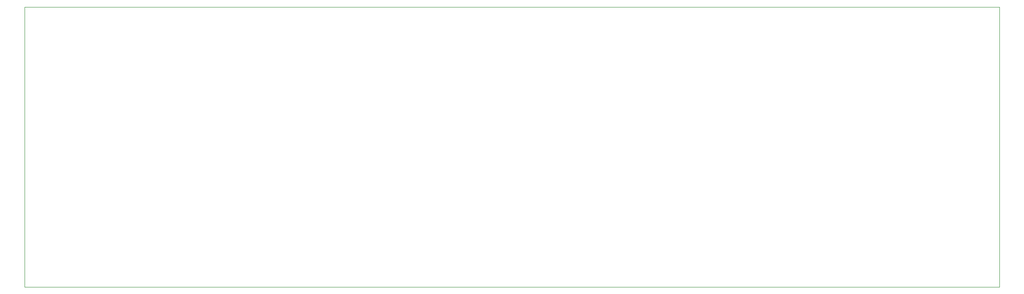
<source format=gbr>
%TF.GenerationSoftware,KiCad,Pcbnew,9.0.0*%
%TF.CreationDate,2025-02-28T17:27:40-06:00*%
%TF.ProjectId,Block-amp-front,426c6f63-6b2d-4616-9d70-2d66726f6e74,v0.1*%
%TF.SameCoordinates,Original*%
%TF.FileFunction,Profile,NP*%
%FSLAX46Y46*%
G04 Gerber Fmt 4.6, Leading zero omitted, Abs format (unit mm)*
G04 Created by KiCad (PCBNEW 9.0.0) date 2025-02-28 17:27:40*
%MOMM*%
%LPD*%
G01*
G04 APERTURE LIST*
%TA.AperFunction,Profile*%
%ADD10C,0.050000*%
%TD*%
G04 APERTURE END LIST*
D10*
X20000000Y-91000000D02*
X208000000Y-91000000D01*
X208000000Y-145000000D01*
X20000000Y-145000000D01*
X20000000Y-91000000D01*
M02*

</source>
